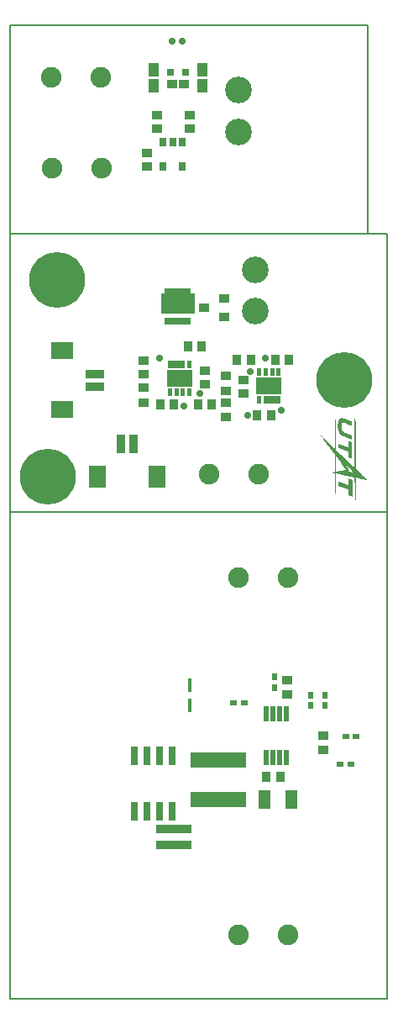
<source format=gts>
G04*
G04 #@! TF.GenerationSoftware,Altium Limited,Altium Designer,18.1.9 (240)*
G04*
G04 Layer_Color=8388736*
%FSLAX44Y44*%
%MOMM*%
G71*
G01*
G75*
%ADD19R,0.5588X0.6604*%
%ADD20R,0.6604X0.5588*%
%ADD21R,0.4572X1.3589*%
%ADD22R,3.6000X0.9056*%
%ADD40C,0.2000*%
%ADD50C,0.7270*%
%ADD51R,1.0270X1.3770*%
%ADD52R,1.0270X0.8770*%
%ADD53R,0.6770X0.6770*%
%ADD54R,1.0270X0.9270*%
%ADD55R,0.6770X0.9270*%
%ADD56R,5.6270X1.5570*%
%ADD57R,1.2270X1.8270*%
%ADD58R,0.7270X0.6270*%
%ADD59R,0.7770X1.8770*%
%ADD60R,0.5842X1.4986*%
%ADD61R,0.9270X1.0270*%
%ADD62R,0.6270X0.6870*%
%ADD63R,1.0270X0.8270*%
%ADD64R,0.8270X1.9270*%
%ADD65R,1.7270X2.3270*%
%ADD66R,1.9270X0.8270*%
%ADD67R,2.3270X1.7270*%
%ADD68R,1.0270X0.8270*%
%ADD69R,0.4270X0.7270*%
%ADD70R,2.5270X1.7270*%
%ADD71R,1.7270X0.7270*%
%ADD72C,2.6924*%
%ADD73C,2.0770*%
%ADD74C,5.6270*%
G36*
X248645Y616669D02*
X253054D01*
Y609276D01*
X248645D01*
Y616669D01*
D02*
G37*
G36*
X255151Y616671D02*
X272554D01*
Y609276D01*
X255151D01*
Y616671D01*
D02*
G37*
G36*
X158639Y624440D02*
X163027D01*
Y617013D01*
X158639D01*
Y624440D01*
D02*
G37*
G36*
X165139D02*
X169537D01*
Y617010D01*
X165139D01*
Y624440D01*
D02*
G37*
G36*
X171639D02*
X176047D01*
Y617014D01*
X171639D01*
Y624440D01*
D02*
G37*
G36*
X178139D02*
X182541D01*
Y617037D01*
X178139D01*
Y624440D01*
D02*
G37*
G36*
X248652Y644679D02*
X253054D01*
Y637276D01*
X248652D01*
Y644679D01*
D02*
G37*
G36*
X255146Y644702D02*
X259554D01*
Y637276D01*
X255146D01*
Y644702D01*
D02*
G37*
G36*
X268166Y644703D02*
X272554D01*
Y637276D01*
X268166D01*
Y644703D01*
D02*
G37*
G36*
X261656Y644707D02*
X266054D01*
Y637276D01*
X261656D01*
Y644707D01*
D02*
G37*
G36*
X158639Y652440D02*
X176042D01*
Y645045D01*
X158639D01*
Y652440D01*
D02*
G37*
G36*
X178139D02*
X182547D01*
Y645048D01*
X178139D01*
Y652440D01*
D02*
G37*
G36*
X155694Y695786D02*
X162094D01*
Y688786D01*
X155694D01*
Y695786D01*
D02*
G37*
G36*
X162194D02*
X168594D01*
Y688786D01*
X162194D01*
Y695786D01*
D02*
G37*
G36*
X168694D02*
X175094D01*
Y688786D01*
X168694D01*
Y695786D01*
D02*
G37*
G36*
X175194D02*
X181594D01*
Y688786D01*
X175194D01*
Y695786D01*
D02*
G37*
G36*
X151626Y710542D02*
Y720194D01*
X155694D01*
Y725186D01*
X162094D01*
Y720194D01*
X162194D01*
Y725186D01*
X168594D01*
Y720194D01*
X168694D01*
Y725186D01*
X175094D01*
Y720194D01*
X175194D01*
Y725186D01*
X181594D01*
Y720194D01*
X185662D01*
Y713844D01*
Y699874D01*
X151626D01*
Y710542D01*
D02*
G37*
G36*
X342988Y516299D02*
X341101Y516890D01*
X341064Y522764D01*
X340989Y522763D01*
X340762Y522837D01*
X340310Y522985D01*
X339781Y523208D01*
X339026Y523429D01*
X338121Y523725D01*
X337064Y524095D01*
X335781Y524538D01*
X335706Y524538D01*
X335630Y524613D01*
X335177Y524761D01*
X334573Y524983D01*
X333819Y525204D01*
X332913Y525499D01*
X332082Y525871D01*
X331252Y526167D01*
X330497Y526463D01*
X330478Y529551D01*
X330550Y530003D01*
X330548Y530305D01*
X330622Y530606D01*
X330697Y530682D01*
X330847Y530683D01*
X330998Y530609D01*
X331451Y530461D01*
X332055Y530239D01*
X332433Y530090D01*
X332961Y529943D01*
X333564Y529796D01*
X334168Y529574D01*
X334998Y529278D01*
X335829Y528982D01*
X335904Y528983D01*
X336055Y528908D01*
X336281Y528834D01*
X336584Y528686D01*
X337413Y528465D01*
X338319Y528094D01*
X339300Y527799D01*
X340130Y527578D01*
X340432Y527429D01*
X340734Y527356D01*
X340885Y527282D01*
X340960Y527282D01*
X340957Y527809D01*
X341030Y528186D01*
X341006Y532027D01*
X341077Y532630D01*
X341072Y533534D01*
X341147Y533610D01*
X341146Y533685D01*
X341222Y533685D01*
X341599Y533612D01*
X341825Y533538D01*
X342202Y533465D01*
X342579Y533317D01*
X343108Y533095D01*
X344694Y532427D01*
X344799Y515633D01*
X342988Y516299D01*
D02*
G37*
G36*
X347610Y511734D02*
X347533Y511960D01*
X347457Y512185D01*
X347379Y512561D01*
X347300Y513088D01*
X347201Y528978D01*
X347112Y531162D01*
X347100Y533044D01*
X347020Y533797D01*
X347014Y534701D01*
X346938Y534851D01*
X346863Y534850D01*
X346712Y534849D01*
X346410Y534923D01*
X345883Y534995D01*
X345204Y535141D01*
X344676Y535213D01*
X344148Y535360D01*
X343545Y535507D01*
X342866Y535654D01*
X342112Y535800D01*
X341207Y536020D01*
X341056Y536019D01*
X340603Y536167D01*
X339925Y536313D01*
X338944Y536533D01*
X337587Y536826D01*
X336003Y537117D01*
X334118Y537557D01*
X333062Y537776D01*
X331931Y537995D01*
X328160Y538800D01*
X328245Y525244D01*
X328182Y523286D01*
X328194Y521403D01*
X328124Y520574D01*
X328129Y519746D01*
X328058Y519143D01*
X328061Y518615D01*
X327988Y518314D01*
X327913Y518163D01*
X327837Y518313D01*
X327836Y518464D01*
X327759Y518689D01*
X327682Y519065D01*
X327679Y519442D01*
X327600Y520044D01*
X327521Y520721D01*
X327515Y521549D01*
X327434Y522603D01*
X327426Y523808D01*
X327342Y525238D01*
X327257Y526819D01*
X327245Y528702D01*
X327105Y539019D01*
X325672Y539236D01*
X325597Y539236D01*
X325446Y539310D01*
X324993Y539458D01*
X324465Y539605D01*
X324238Y539754D01*
X324162Y539829D01*
X324237Y539905D01*
X324387Y539981D01*
X324613Y540058D01*
X324839Y540059D01*
X324914Y540060D01*
X325065Y540061D01*
X325366Y540063D01*
X325667Y540140D01*
X326419Y540295D01*
X327170Y540676D01*
X327061Y557998D01*
X326149Y559272D01*
X326073Y559347D01*
X325846Y559647D01*
X325541Y560097D01*
X325010Y560696D01*
X324479Y561446D01*
X323720Y562345D01*
X322960Y563395D01*
X322049Y564519D01*
X321062Y565868D01*
X319999Y567217D01*
X318935Y568716D01*
X317796Y570291D01*
X316580Y571940D01*
X315289Y573664D01*
X312706Y577263D01*
X312363Y577826D01*
X312401Y577788D01*
X312780Y577489D01*
X313007Y577265D01*
X313386Y576966D01*
X313537Y576816D01*
X313765Y576592D01*
X314219Y576143D01*
X314522Y575843D01*
X314977Y575470D01*
X315507Y574946D01*
X316038Y574347D01*
X316795Y573674D01*
X317628Y572926D01*
X318538Y572028D01*
X319599Y570980D01*
X319675Y570905D01*
X319902Y570756D01*
X320205Y570457D01*
X320583Y570082D01*
X321039Y569558D01*
X321569Y569109D01*
X322781Y567987D01*
X323993Y566790D01*
X325129Y565818D01*
X325584Y565369D01*
X325963Y564995D01*
X326265Y564771D01*
X326492Y564622D01*
X327022Y564173D01*
X326871Y588197D01*
X326936Y589854D01*
X326905Y594824D01*
X326971Y596331D01*
X327038Y597687D01*
X327030Y598892D01*
X327103Y599344D01*
X327098Y600098D01*
X327172Y600324D01*
X327171Y600475D01*
X327246Y600550D01*
X327246Y600475D01*
X327322Y600400D01*
X327323Y600250D01*
X327400Y599949D01*
X327403Y599572D01*
X327482Y598970D01*
X327562Y598218D01*
X327568Y597163D01*
X327651Y595959D01*
X327661Y594377D01*
X327742Y593549D01*
X327761Y590386D01*
X327844Y589182D01*
X328008Y563125D01*
X333540Y557587D01*
X333616Y557512D01*
X333843Y557287D01*
X334222Y556913D01*
X334828Y556390D01*
X335510Y555716D01*
X336419Y554893D01*
X337480Y553846D01*
X338692Y552724D01*
X338768Y552649D01*
X338844Y552574D01*
X339223Y552200D01*
X339829Y551601D01*
X340586Y550928D01*
X341268Y550254D01*
X342026Y549581D01*
X342632Y548983D01*
X343087Y548534D01*
X347102Y544718D01*
X346816Y590355D01*
X346886Y591184D01*
X346867Y594197D01*
X347018Y594198D01*
X347244Y594048D01*
X347471Y593899D01*
X347624Y593599D01*
X347776Y593299D01*
X347854Y592847D01*
X347855Y592772D01*
X347932Y592546D01*
X347934Y592170D01*
X348013Y591568D01*
X348018Y590815D01*
X348100Y589761D01*
X348140Y583284D01*
X348070Y582531D01*
X348110Y576054D01*
X348046Y574397D01*
X348237Y543821D01*
X352708Y539406D01*
X352860Y539256D01*
X353012Y539106D01*
X353315Y538807D01*
X353693Y538508D01*
X354148Y538059D01*
X354678Y537535D01*
X355360Y536862D01*
X355436Y536787D01*
X355663Y536562D01*
X356042Y536188D01*
X356497Y535739D01*
X357633Y534692D01*
X358694Y533644D01*
X358770Y533569D01*
X358922Y533420D01*
X359452Y532971D01*
X359907Y532447D01*
X360059Y532222D01*
X360135Y532147D01*
X359758Y532145D01*
X359683Y532144D01*
X359457Y532143D01*
X359080Y532216D01*
X358627Y532364D01*
X358552Y532363D01*
X358250Y532436D01*
X357798Y532509D01*
X357345Y532657D01*
X357194Y532656D01*
X357043Y532730D01*
X356742Y532728D01*
X356440Y532802D01*
X355913Y532874D01*
X355384Y533021D01*
X354706Y533167D01*
X354630Y533167D01*
X354404Y533241D01*
X354027Y533314D01*
X353650Y533387D01*
X352669Y533606D01*
X352293Y533679D01*
X351916Y533752D01*
X348672Y534560D01*
X348598Y534409D01*
X348599Y534183D01*
X348525Y533957D01*
X348530Y533129D01*
X348459Y532526D01*
X348464Y531773D01*
X348394Y530793D01*
X348401Y529664D01*
X348334Y528383D01*
X348416Y515279D01*
X348346Y514525D01*
X348356Y512868D01*
X348284Y512341D01*
X348137Y511813D01*
X347987Y511661D01*
X347837Y511585D01*
X347762Y511584D01*
X347610Y511734D01*
D02*
G37*
G36*
X343881Y553961D02*
X343655Y554035D01*
X343353Y554108D01*
X342975Y554257D01*
X342523Y554404D01*
X341013Y554847D01*
X341012Y554997D01*
X340936Y555223D01*
X340931Y555976D01*
X340853Y556503D01*
X340831Y559892D01*
X340753Y560343D01*
X340750Y560795D01*
X339240Y561388D01*
X339165Y561387D01*
X339014Y561462D01*
X338636Y561610D01*
X338108Y561757D01*
X337429Y561979D01*
X336523Y562350D01*
X335391Y562719D01*
X334033Y563163D01*
X330259Y564419D01*
X330240Y567507D01*
X330313Y567884D01*
X330310Y568261D01*
X330384Y568487D01*
X330459Y568563D01*
X335742Y566864D01*
X340798Y565163D01*
X340768Y569983D01*
X340839Y570586D01*
X340836Y571113D01*
X340909Y571490D01*
X340984Y571566D01*
X340983Y571641D01*
X341059Y571642D01*
X341210Y571567D01*
X341436Y571493D01*
X341889Y571421D01*
X342417Y571198D01*
X343172Y570977D01*
X344153Y570682D01*
X344229Y570532D01*
X344231Y570155D01*
X344308Y569855D01*
X344314Y569026D01*
X344392Y568499D01*
X344402Y566993D01*
X344483Y566015D01*
X344524Y559538D01*
X344458Y558032D01*
X344467Y556525D01*
X344397Y555772D01*
X344400Y555169D01*
X344328Y554642D01*
X344331Y554265D01*
X344258Y553963D01*
X344183Y553888D01*
X344107Y553887D01*
X343881Y553961D01*
D02*
G37*
G36*
X312250Y577938D02*
X312249Y578013D01*
X312363Y577826D01*
X312250Y577938D01*
D02*
G37*
G36*
X339910Y574647D02*
X339835Y574647D01*
X339684Y574721D01*
X339382Y574870D01*
X338929Y575017D01*
X338476Y575165D01*
X337947Y575388D01*
X336739Y575908D01*
X335455Y576502D01*
X334245Y577247D01*
X333187Y577919D01*
X332733Y578292D01*
X332429Y578667D01*
X332353Y578817D01*
X332049Y579192D01*
X331669Y579792D01*
X331287Y580693D01*
X330828Y581820D01*
X330442Y583249D01*
X330131Y584903D01*
X330043Y586861D01*
X330038Y587690D01*
X330108Y588518D01*
X330252Y589574D01*
X330471Y590705D01*
X330765Y591836D01*
X331135Y592818D01*
X331434Y593271D01*
X331733Y593650D01*
X331807Y593726D01*
X331882Y593801D01*
X332107Y593953D01*
X332407Y594106D01*
X333158Y594487D01*
X333610Y594565D01*
X334061Y594644D01*
X334136Y594644D01*
X334438Y594571D01*
X334739Y594572D01*
X335041Y594499D01*
X335418Y594426D01*
X335946Y594279D01*
X336474Y594131D01*
X337153Y593910D01*
X337908Y593689D01*
X338814Y593393D01*
X339870Y593098D01*
X341002Y592654D01*
X342210Y592209D01*
X343644Y591691D01*
X343720Y591616D01*
X343872Y591467D01*
X344023Y591317D01*
X344100Y591016D01*
X344254Y590565D01*
X344332Y590038D01*
X344351Y587102D01*
X344276Y587101D01*
X344200Y587176D01*
X343973Y587250D01*
X343672Y587323D01*
X343294Y587471D01*
X342841Y587619D01*
X341709Y587989D01*
X340350Y588507D01*
X338765Y589100D01*
X337029Y589692D01*
X335066Y590432D01*
X334992Y590356D01*
X334768Y590054D01*
X334768Y589978D01*
X334618Y589902D01*
X334468Y589751D01*
X334393Y589675D01*
X334244Y589523D01*
X334169Y589448D01*
X334095Y589221D01*
X334096Y589071D01*
X333947Y588768D01*
X333948Y588618D01*
X333875Y588241D01*
X333877Y588015D01*
X333804Y587638D01*
X333806Y587337D01*
X333732Y587035D01*
X333744Y585227D01*
X333823Y584625D01*
X333902Y583948D01*
X334058Y583196D01*
X334288Y582444D01*
X334594Y581768D01*
X335049Y581244D01*
X335124Y581245D01*
X335276Y581095D01*
X335503Y580946D01*
X335956Y580723D01*
X336636Y580426D01*
X337542Y580055D01*
X338599Y579609D01*
X339278Y579388D01*
X340033Y579091D01*
X344336Y577461D01*
X344337Y577311D01*
X344415Y576935D01*
X344430Y574450D01*
X344510Y573697D01*
X344512Y573396D01*
X344589Y573095D01*
X339910Y574647D01*
D02*
G37*
%LPC*%
G36*
X345626Y539964D02*
X345852Y539965D01*
X345776Y540040D01*
X345624Y540265D01*
X345320Y540640D01*
X344941Y541089D01*
X344410Y541613D01*
X343879Y542212D01*
X342742Y543485D01*
X341453Y544758D01*
X340772Y545356D01*
X340166Y545879D01*
X339636Y546328D01*
X339106Y546701D01*
X338653Y546924D01*
X338276Y546997D01*
X338352Y546847D01*
X338353Y546772D01*
X338429Y546622D01*
X338581Y546472D01*
X338657Y546397D01*
X338808Y546247D01*
X339187Y545798D01*
X339263Y545723D01*
X339415Y545498D01*
X339718Y545199D01*
X340022Y544824D01*
X340098Y544749D01*
X340326Y544449D01*
X340630Y543999D01*
X340934Y543549D01*
X341009Y543475D01*
X341086Y543324D01*
X341466Y542800D01*
X341845Y542275D01*
X341922Y542049D01*
X341998Y541974D01*
X341848Y541823D01*
X341698Y541747D01*
X341549Y541595D01*
X341248Y541443D01*
X340873Y541290D01*
X340798Y541214D01*
X340572Y541137D01*
X340573Y541062D01*
X340648Y540987D01*
X340874Y540988D01*
X340950Y540989D01*
X341101Y540914D01*
X341478Y540766D01*
X342006Y540619D01*
X342082Y540619D01*
X342308Y540621D01*
X342609Y540623D01*
X342835Y540549D01*
X342986Y540550D01*
X343288Y540476D01*
X343665Y540328D01*
X344193Y540256D01*
X344721Y540109D01*
X345249Y540037D01*
X345626Y539964D01*
D02*
G37*
G36*
X328224Y540683D02*
X333113Y541618D01*
X333189Y541618D01*
X333339Y541619D01*
X333565Y541696D01*
X333941Y541773D01*
X334693Y541929D01*
X335671Y542085D01*
X336573Y542317D01*
X337401Y542473D01*
X337701Y542550D01*
X337927Y542627D01*
X338078Y542628D01*
X338153Y542704D01*
X338076Y542854D01*
X337924Y543154D01*
X337772Y543379D01*
X337543Y543754D01*
X337240Y544129D01*
X336936Y544579D01*
X336555Y545179D01*
X336024Y545853D01*
X335492Y546603D01*
X334809Y547503D01*
X334049Y548552D01*
X333138Y549752D01*
X328125Y556498D01*
X328074Y552506D01*
X328124Y544599D01*
X328224Y540683D01*
D02*
G37*
%LPD*%
D19*
X302514Y304920D02*
D03*
Y315842D02*
D03*
X317406D02*
D03*
Y304920D02*
D03*
X266726Y334264D02*
D03*
Y323342D02*
D03*
D20*
X235738Y308102D02*
D03*
X224816D02*
D03*
X332717Y245872D02*
D03*
X343639D02*
D03*
D21*
X180594Y325946D02*
D03*
Y305499D02*
D03*
D22*
X164338Y180592D02*
D03*
Y164592D02*
D03*
D40*
X0Y500000D02*
X380000D01*
X0Y780000D02*
X380000D01*
X0Y10000D02*
X380000D01*
Y780000D01*
X360000D02*
X380000D01*
X360000D02*
Y990000D01*
X0D02*
X360000D01*
X0Y10000D02*
Y990000D01*
D50*
X172907Y974310D02*
D03*
X163255D02*
D03*
X190839Y619176D02*
D03*
X150269Y654916D02*
D03*
X175049Y606646D02*
D03*
X273304Y602836D02*
D03*
X257204Y654916D02*
D03*
X239335Y597176D02*
D03*
X241784Y641206D02*
D03*
D51*
X193460Y928976D02*
D03*
Y945476D02*
D03*
X144360Y928976D02*
D03*
Y945476D02*
D03*
D52*
X175160Y931226D02*
D03*
X162660D02*
D03*
D53*
X176910Y943226D02*
D03*
X160910D02*
D03*
D54*
X180594Y900030D02*
D03*
Y886030D02*
D03*
X137414Y847930D02*
D03*
Y861930D02*
D03*
X147574Y900030D02*
D03*
Y886030D02*
D03*
X315214Y260462D02*
D03*
Y274462D02*
D03*
X279426Y316342D02*
D03*
Y330342D02*
D03*
X217424Y609836D02*
D03*
Y595836D02*
D03*
X134469Y638724D02*
D03*
Y652724D02*
D03*
X235204Y633166D02*
D03*
Y619166D02*
D03*
X195989Y628550D02*
D03*
Y642550D02*
D03*
D55*
X163474Y872326D02*
D03*
X172974D02*
D03*
X153974D02*
D03*
Y848326D02*
D03*
X172974D02*
D03*
D56*
X209804Y210312D02*
D03*
Y250712D02*
D03*
D57*
X255994Y210312D02*
D03*
X282994D02*
D03*
D58*
X338639Y273812D02*
D03*
X348639D02*
D03*
D59*
X124714Y198822D02*
D03*
X137414D02*
D03*
X150114D02*
D03*
X162814D02*
D03*
X124714Y254822D02*
D03*
X137414D02*
D03*
X150114D02*
D03*
X162814D02*
D03*
D60*
X258246Y253111D02*
D03*
X264746D02*
D03*
X271246D02*
D03*
X277746D02*
D03*
Y297053D02*
D03*
X271246D02*
D03*
X264746D02*
D03*
X258246D02*
D03*
D61*
X257899Y233172D02*
D03*
X271899D02*
D03*
X178829Y667080D02*
D03*
X192829D02*
D03*
X266764Y653676D02*
D03*
X280764D02*
D03*
X242304Y653056D02*
D03*
X228304D02*
D03*
X164815Y608040D02*
D03*
X150815D02*
D03*
X188889Y608660D02*
D03*
X202889D02*
D03*
X262524Y597176D02*
D03*
X248524D02*
D03*
D62*
X158894Y692286D02*
D03*
X165394D02*
D03*
X171894D02*
D03*
X178394D02*
D03*
Y721686D02*
D03*
X171894D02*
D03*
X165394D02*
D03*
X158894D02*
D03*
D63*
X215723Y696244D02*
D03*
Y715244D02*
D03*
X195469Y705694D02*
D03*
D64*
X111384Y568536D02*
D03*
X123884D02*
D03*
D65*
X87884Y535536D02*
D03*
X147384D02*
D03*
D66*
X85324Y639036D02*
D03*
Y626536D02*
D03*
D67*
X52324Y662536D02*
D03*
Y603036D02*
D03*
D68*
X217424Y637016D02*
D03*
Y622016D02*
D03*
X134469Y610284D02*
D03*
Y625284D02*
D03*
D69*
X180339Y648740D02*
D03*
Y620740D02*
D03*
X173839D02*
D03*
X167339D02*
D03*
X160839D02*
D03*
X250854Y612976D02*
D03*
Y640976D02*
D03*
X257354D02*
D03*
X263854D02*
D03*
X270354D02*
D03*
D70*
X170589Y634740D02*
D03*
X260604Y626976D02*
D03*
D71*
X167339Y648740D02*
D03*
X263854Y612976D02*
D03*
D72*
X230124Y924780D02*
D03*
Y882870D02*
D03*
X246944Y744091D02*
D03*
Y702181D02*
D03*
D73*
X91694Y846040D02*
D03*
X41694D02*
D03*
X91294Y937480D02*
D03*
X41294D02*
D03*
X229739Y74422D02*
D03*
X279739D02*
D03*
X229739Y433832D02*
D03*
X279739D02*
D03*
X200044Y538479D02*
D03*
X250044D02*
D03*
D74*
X336804Y633166D02*
D03*
X47244Y733656D02*
D03*
X37450Y535536D02*
D03*
M02*

</source>
